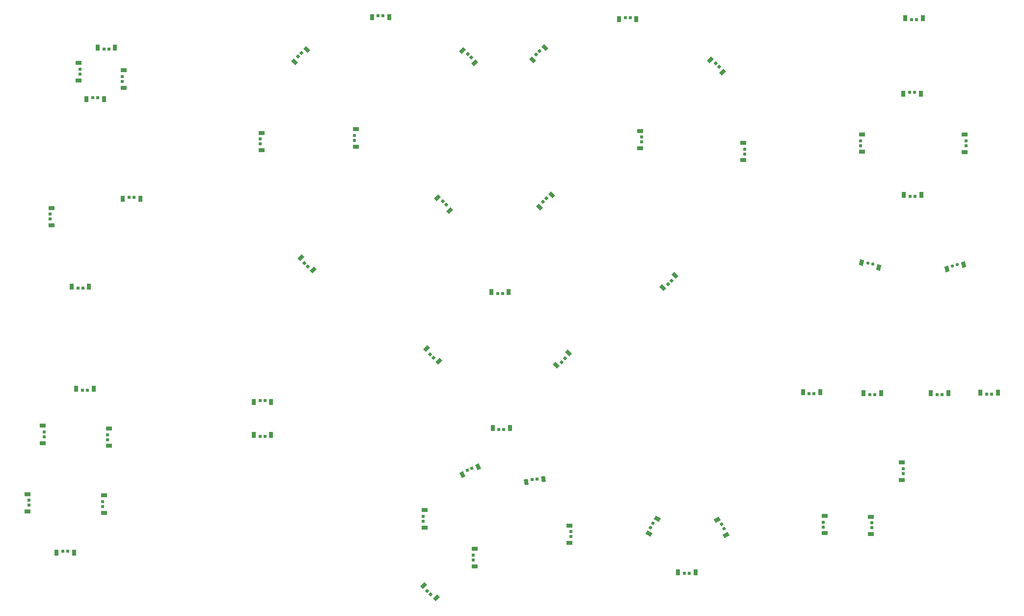
<source format=gbp>
G04 #@! TF.GenerationSoftware,KiCad,Pcbnew,9.0.0*
G04 #@! TF.CreationDate,2025-04-01T19:23:43-07:00*
G04 #@! TF.ProjectId,proto-for-mfg,70726f74-6f2d-4666-9f72-2d6d66672e6b,rev?*
G04 #@! TF.SameCoordinates,Original*
G04 #@! TF.FileFunction,Paste,Bot*
G04 #@! TF.FilePolarity,Positive*
%FSLAX46Y46*%
G04 Gerber Fmt 4.6, Leading zero omitted, Abs format (unit mm)*
G04 Created by KiCad (PCBNEW 9.0.0) date 2025-04-01 19:23:43*
%MOMM*%
%LPD*%
G01*
G04 APERTURE LIST*
G04 Aperture macros list*
%AMRotRect*
0 Rectangle, with rotation*
0 The origin of the aperture is its center*
0 $1 length*
0 $2 width*
0 $3 Rotation angle, in degrees counterclockwise*
0 Add horizontal line*
21,1,$1,$2,0,0,$3*%
G04 Aperture macros list end*
%ADD10R,0.500000X0.500000*%
%ADD11R,1.000000X0.700000*%
%ADD12RotRect,0.500000X0.500000X165.000000*%
%ADD13RotRect,0.700000X1.000000X165.000000*%
%ADD14RotRect,0.500000X0.500000X45.000000*%
%ADD15RotRect,0.700000X1.000000X45.000000*%
%ADD16R,0.700000X1.000000*%
%ADD17RotRect,0.500000X0.500000X315.000000*%
%ADD18RotRect,0.700000X1.000000X315.000000*%
%ADD19RotRect,0.500000X0.500000X195.000000*%
%ADD20RotRect,0.700000X1.000000X195.000000*%
%ADD21RotRect,0.500000X0.500000X225.000000*%
%ADD22RotRect,0.700000X1.000000X225.000000*%
%ADD23RotRect,0.500000X0.500000X190.000000*%
%ADD24RotRect,0.700000X1.000000X190.000000*%
%ADD25RotRect,0.500000X0.500000X135.000000*%
%ADD26RotRect,0.700000X1.000000X135.000000*%
%ADD27RotRect,0.500000X0.500000X240.000000*%
%ADD28RotRect,0.700000X1.000000X240.000000*%
%ADD29RotRect,0.500000X0.500000X120.000000*%
%ADD30RotRect,0.700000X1.000000X120.000000*%
%ADD31RotRect,0.500000X0.500000X205.000000*%
%ADD32RotRect,0.700000X1.000000X205.000000*%
G04 APERTURE END LIST*
D10*
X113394855Y-136456947D03*
D11*
X113644855Y-137536947D03*
X113644855Y-134526947D03*
D10*
X113394855Y-135606947D03*
X130219855Y-131581947D03*
D11*
X129969855Y-130501947D03*
X129969855Y-133511947D03*
D10*
X130219855Y-132431947D03*
D12*
X182324519Y-85441734D03*
D13*
X183303014Y-85962740D03*
X180395577Y-85183695D03*
D12*
X181503482Y-85221738D03*
D14*
X128632723Y-102293280D03*
D15*
X127692271Y-102880178D03*
X129820662Y-100751787D03*
D14*
X129233764Y-101692239D03*
D10*
X97862855Y-42589305D03*
D16*
X98942855Y-42839305D03*
X95932855Y-42839305D03*
D10*
X97012855Y-42589305D03*
D17*
X105472703Y-141776257D03*
D18*
X104885805Y-140835805D03*
X107014196Y-142964196D03*
D17*
X106073744Y-142377298D03*
D10*
X181794855Y-107881947D03*
D16*
X180714855Y-107631947D03*
X183724855Y-107631947D03*
D10*
X182644855Y-107881947D03*
D19*
X196898021Y-85526208D03*
D20*
X198005926Y-85488165D03*
X195098489Y-86267210D03*
D19*
X196076984Y-85746204D03*
D10*
X117600000Y-90500000D03*
D16*
X116520000Y-90250000D03*
X119530000Y-90250000D03*
D10*
X118450000Y-90500000D03*
D21*
X83756987Y-48968038D03*
D22*
X84697439Y-48381140D03*
X82569048Y-50509531D03*
D21*
X83155946Y-49569079D03*
D10*
X54894855Y-73881947D03*
D16*
X55974855Y-74131947D03*
X52964855Y-74131947D03*
D10*
X54044855Y-73881947D03*
D23*
X124432559Y-122442755D03*
D24*
X125539564Y-122501416D03*
X122575292Y-123024096D03*
D23*
X123595473Y-122590356D03*
D10*
X173794855Y-129906947D03*
D11*
X174044855Y-128826947D03*
X174044855Y-131836947D03*
D10*
X173794855Y-130756947D03*
X39369855Y-115181947D03*
D11*
X39119855Y-116261947D03*
X39119855Y-113251947D03*
D10*
X39369855Y-114331947D03*
X45994855Y-107156947D03*
D16*
X44914855Y-106906947D03*
X47924855Y-106906947D03*
D10*
X46844855Y-107156947D03*
X201969855Y-107856947D03*
D16*
X200889855Y-107606947D03*
X203899855Y-107606947D03*
D10*
X202819855Y-107856947D03*
X160194855Y-66406947D03*
D11*
X159944855Y-67486947D03*
X159944855Y-64476947D03*
D10*
X160194855Y-65556947D03*
X198369855Y-65006834D03*
D11*
X198119855Y-66086834D03*
X198119855Y-63076834D03*
D10*
X198369855Y-64156834D03*
X77469855Y-108956947D03*
D16*
X78549855Y-109206947D03*
X75539855Y-109206947D03*
D10*
X76619855Y-108956947D03*
X36744855Y-127006947D03*
D11*
X36494855Y-128086947D03*
X36494855Y-125076947D03*
D10*
X36744855Y-126156947D03*
X45219855Y-89506947D03*
D16*
X44139855Y-89256947D03*
X47149855Y-89256947D03*
D10*
X46069855Y-89506947D03*
X104744855Y-128906947D03*
D11*
X104994855Y-127826947D03*
X104994855Y-130836947D03*
D10*
X104744855Y-129756947D03*
X187544855Y-121531947D03*
D11*
X187294855Y-122611947D03*
X187294855Y-119601947D03*
D10*
X187544855Y-120681947D03*
X52875000Y-53075000D03*
D11*
X53125000Y-51995000D03*
X53125000Y-55005000D03*
D10*
X52875000Y-53925000D03*
X142475000Y-64350000D03*
D11*
X142225000Y-65430000D03*
X142225000Y-62420000D03*
D10*
X142475000Y-63500000D03*
X117833683Y-113937029D03*
D16*
X116753683Y-113687029D03*
X119763683Y-113687029D03*
D10*
X118683683Y-113937029D03*
X49700000Y-48350000D03*
D16*
X48620000Y-48100000D03*
X51630000Y-48100000D03*
D10*
X50550000Y-48350000D03*
D14*
X147007723Y-88870856D03*
D15*
X146067271Y-89457754D03*
X148195662Y-87329363D03*
D14*
X147608764Y-88269815D03*
D25*
X108774145Y-75188749D03*
D26*
X109361043Y-76129201D03*
X107232652Y-74000810D03*
D25*
X108173104Y-74587708D03*
D17*
X84241301Y-85259460D03*
D18*
X83654403Y-84319008D03*
X85782794Y-86447399D03*
D17*
X84842342Y-85860501D03*
D10*
X188745555Y-73706947D03*
D16*
X187665555Y-73456947D03*
X190675555Y-73456947D03*
D10*
X189595555Y-73706947D03*
X76677213Y-63838947D03*
D11*
X76927213Y-62758947D03*
X76927213Y-65768947D03*
D10*
X76677213Y-64688947D03*
D27*
X144424102Y-130126386D03*
D28*
X145180608Y-129316079D03*
X143675608Y-131922815D03*
D27*
X143999102Y-130862508D03*
D10*
X50344855Y-114831947D03*
D11*
X50594855Y-113751947D03*
X50594855Y-116761947D03*
D10*
X50344855Y-115681947D03*
X189544855Y-55781947D03*
D16*
X190624855Y-56031947D03*
X187614855Y-56031947D03*
D10*
X188694855Y-55781947D03*
X92925000Y-63225000D03*
D11*
X93175000Y-62145000D03*
X93175000Y-65155000D03*
D10*
X92925000Y-64075000D03*
X171344855Y-107756947D03*
D16*
X170264855Y-107506947D03*
X173274855Y-107506947D03*
D10*
X172194855Y-107756947D03*
D21*
X124826041Y-48623959D03*
D22*
X125766493Y-48037061D03*
X123638102Y-50165452D03*
D21*
X124225000Y-49225000D03*
D10*
X193394855Y-107881947D03*
D16*
X192314855Y-107631947D03*
X195324855Y-107631947D03*
D10*
X194244855Y-107881947D03*
D17*
X105930946Y-100944815D03*
D18*
X105344048Y-100004363D03*
X107472439Y-102132754D03*
D17*
X106531987Y-101545856D03*
D10*
X48650000Y-56675000D03*
D16*
X49730000Y-56925000D03*
X46720000Y-56925000D03*
D10*
X47800000Y-56675000D03*
D21*
X126017038Y-74028698D03*
D22*
X126957490Y-73441800D03*
X124829099Y-75570191D03*
D21*
X125415997Y-74629739D03*
D10*
X45550000Y-52650000D03*
D11*
X45300000Y-53730000D03*
X45300000Y-50720000D03*
D10*
X45550000Y-51800000D03*
X140463863Y-42881947D03*
D16*
X141543863Y-43131947D03*
X138533863Y-43131947D03*
D10*
X139613863Y-42881947D03*
X76619855Y-115131947D03*
D16*
X75539855Y-114881947D03*
X78549855Y-114881947D03*
D10*
X77469855Y-115131947D03*
X149819855Y-138781947D03*
D16*
X148739855Y-138531947D03*
X151749855Y-138531947D03*
D10*
X150669855Y-138781947D03*
D29*
X156665608Y-131037508D03*
D30*
X156989102Y-132097815D03*
X155484102Y-129491079D03*
D29*
X156240608Y-130301386D03*
D25*
X113051564Y-49752400D03*
D26*
X113638462Y-50692852D03*
X111510071Y-48564461D03*
D25*
X112450523Y-49151359D03*
X155822537Y-51373239D03*
D26*
X156409435Y-52313691D03*
X154281044Y-50185300D03*
D25*
X155221496Y-50772198D03*
D10*
X49469855Y-126381947D03*
D11*
X49719855Y-125301947D03*
X49719855Y-128311947D03*
D10*
X49469855Y-127231947D03*
X40402213Y-76788947D03*
D11*
X40652213Y-75708947D03*
X40652213Y-78718947D03*
D10*
X40402213Y-77638947D03*
X43469855Y-134906947D03*
D16*
X44549855Y-135156947D03*
X41539855Y-135156947D03*
D10*
X42619855Y-134906947D03*
X189019855Y-43206947D03*
D16*
X187939855Y-42956947D03*
X190949855Y-42956947D03*
D10*
X189869855Y-43206947D03*
D31*
X113152209Y-120639046D03*
D32*
X114236676Y-120409195D03*
X111508689Y-121681276D03*
D31*
X112381847Y-120998271D03*
D10*
X180219855Y-64106947D03*
D11*
X180469855Y-63026947D03*
X180469855Y-66036947D03*
D10*
X180219855Y-64956947D03*
X182194855Y-130906947D03*
D11*
X181944855Y-131986947D03*
X181944855Y-128976947D03*
D10*
X182194855Y-130056947D03*
M02*

</source>
